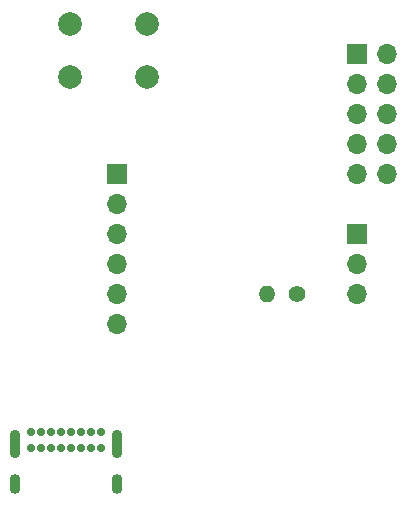
<source format=gbr>
%TF.GenerationSoftware,KiCad,Pcbnew,7.0.7*%
%TF.CreationDate,2023-09-08T17:32:34-05:00*%
%TF.ProjectId,Projects_zyxie2,50726f6a-6563-4747-935f-7a7978696532,rev?*%
%TF.SameCoordinates,Original*%
%TF.FileFunction,Soldermask,Bot*%
%TF.FilePolarity,Negative*%
%FSLAX46Y46*%
G04 Gerber Fmt 4.6, Leading zero omitted, Abs format (unit mm)*
G04 Created by KiCad (PCBNEW 7.0.7) date 2023-09-08 17:32:34*
%MOMM*%
%LPD*%
G01*
G04 APERTURE LIST*
%ADD10R,1.700000X1.700000*%
%ADD11O,1.700000X1.700000*%
%ADD12C,1.400000*%
%ADD13O,1.400000X1.400000*%
%ADD14C,0.700000*%
%ADD15O,0.900000X2.400000*%
%ADD16O,0.900000X1.700000*%
%ADD17C,2.000000*%
G04 APERTURE END LIST*
D10*
%TO.C,J3*%
X127000000Y-71120000D03*
D11*
X129540000Y-71120000D03*
X127000000Y-73660000D03*
X129540000Y-73660000D03*
X127000000Y-76200000D03*
X129540000Y-76200000D03*
X127000000Y-78740000D03*
X129540000Y-78740000D03*
X127000000Y-81280000D03*
X129540000Y-81280000D03*
%TD*%
D10*
%TO.C,J1*%
X106680000Y-81280000D03*
D11*
X106680000Y-83820000D03*
X106680000Y-86360000D03*
X106680000Y-88900000D03*
X106680000Y-91440000D03*
X106680000Y-93980000D03*
%TD*%
D10*
%TO.C,J2*%
X127000000Y-86360000D03*
D11*
X127000000Y-88900000D03*
X127000000Y-91440000D03*
%TD*%
D12*
%TO.C,R1*%
X121920000Y-91440000D03*
D13*
X119380000Y-91440000D03*
%TD*%
D14*
%TO.C,J4*%
X99380000Y-103160000D03*
X100230000Y-103160000D03*
X101080000Y-103160000D03*
X101930000Y-103160000D03*
X102780000Y-103160000D03*
X103630000Y-103160000D03*
X104480000Y-103160000D03*
X105330000Y-103160000D03*
X105330000Y-104510000D03*
X104480000Y-104510000D03*
X103630000Y-104510000D03*
X102780000Y-104510000D03*
X101930000Y-104510000D03*
X101080000Y-104510000D03*
X100230000Y-104510000D03*
X99380000Y-104510000D03*
D15*
X98030000Y-104140000D03*
D16*
X98030000Y-107520000D03*
D15*
X106680000Y-104140000D03*
D16*
X106680000Y-107520000D03*
%TD*%
D17*
%TO.C,SW1*%
X109220000Y-73080000D03*
X102720000Y-73080000D03*
X109220000Y-68580000D03*
X102720000Y-68580000D03*
%TD*%
M02*

</source>
